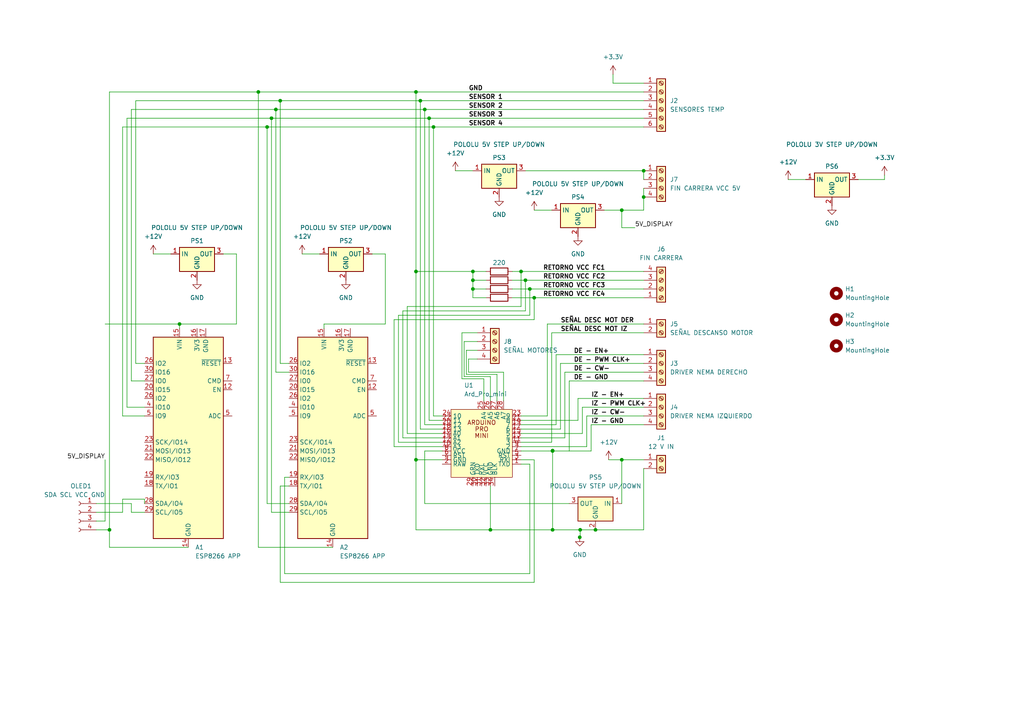
<source format=kicad_sch>
(kicad_sch (version 20211123) (generator eeschema)
  (paper "A4")
  (lib_symbols
    (symbol "Adafruit_Feather_HUZZAH_ESP8266_1"
      (property "Reference" "A1" (at 2.0194 -33.02 0))
      (property "Value" "Adafruit_Feather_HUZZAH_ESP8266_1" (at 2.0194 -35.56 0))
      (symbol "Adafruit_Feather_HUZZAH_ESP8266_1_0_1"
        (rectangle (start -10.16 27.94) (end 10.16 -30.48) (stroke (width 0.254)) (fill (type background)))
      )
      (symbol "Adafruit_Feather_HUZZAH_ESP8266_1_1_1"
        (pin no_connect line (at 10.16 -7.62 180) (length 2.54) hide (name "NC") (number "10"))
        (pin input line (at 12.7 12.7 180) (length 2.54) (name "EN") (number "12"))
        (pin input line (at 12.7 20.32 180) (length 2.54) (name "~{RESET}") (number "13"))
        (pin power_in line (at 0 -33.02 90) (length 2.54) (name "GND") (number "14"))
        (pin power_in line (at -2.54 30.48 270) (length 2.54) (name "VIN") (number "15"))
        (pin power_in line (at 2.54 30.48 270) (length 2.54) (name "3V3") (number "16"))
        (pin power_in line (at 5.08 30.48 270) (length 2.54) (name "GND") (number "17"))
        (pin bidirectional line (at -12.7 -15.24 0) (length 2.54) (name "TX/IO1") (number "18"))
        (pin bidirectional line (at -12.7 -12.7 0) (length 2.54) (name "RX/IO3") (number "19"))
        (pin bidirectional line (at -12.7 12.7 0) (length 2.54) (name "IO15") (number "20"))
        (pin bidirectional line (at -12.7 -5.08 0) (length 2.54) (name "MOSI/IO13") (number "21"))
        (pin bidirectional line (at -12.7 -7.62 0) (length 2.54) (name "MISO/IO12") (number "22"))
        (pin bidirectional line (at -12.7 -2.54 0) (length 2.54) (name "SCK/IO14") (number "23"))
        (pin bidirectional line (at -12.7 10.16 0) (length 2.54) (name "IO2") (number "26"))
        (pin bidirectional line (at -12.7 20.32 0) (length 2.54) (name "IO2") (number "26"))
        (pin bidirectional line (at -12.7 15.24 0) (length 2.54) (name "IO0") (number "27"))
        (pin bidirectional line (at -12.7 -20.32 0) (length 2.54) (name "SDA/IO4") (number "28"))
        (pin bidirectional line (at -12.7 -22.86 0) (length 2.54) (name "SCL/IO5") (number "29"))
        (pin no_connect line (at 10.16 10.16 180) (length 2.54) hide (name "NC") (number "3"))
        (pin bidirectional line (at -12.7 17.78 0) (length 2.54) (name "IO16") (number "30"))
        (pin bidirectional line (at -12.7 7.62 0) (length 2.54) (name "IO10") (number "4"))
        (pin bidirectional line (at 12.7 5.08 180) (length 2.54) (name "ADC") (number "5"))
        (pin bidirectional line (at -12.7 5.08 0) (length 2.54) (name "IO9") (number "5"))
        (pin no_connect line (at 10.16 2.54 180) (length 2.54) hide (name "NC") (number "6"))
        (pin bidirectional line (at 12.7 15.24 180) (length 2.54) (name "CMD") (number "7"))
        (pin no_connect line (at 10.16 0 180) (length 2.54) hide (name "NC") (number "7"))
        (pin no_connect line (at 10.16 -2.54 180) (length 2.54) hide (name "NC") (number "8"))
        (pin no_connect line (at 10.16 -5.08 180) (length 2.54) hide (name "NC") (number "9"))
      )
    )
    (symbol "Arduino_Pro_Mini:Ard_Pro_mini"
      (property "Reference" "U" (at 0 1.27 0))
      (property "Value" "Ard_Pro_mini" (at 0 2.54 0))
      (symbol "Ard_Pro_mini_0_0"
        (text "ARDUINO" (at 6.35 -4.445 0) (effects (font (size 1.27 1.27))))
        (text "MINI" (at 6.35 -8.255 0) (effects (font (size 1.27 1.27))))
        (text "PRO" (at 6.35 -6.35 0) (effects (font (size 1.27 1.27))))
      )
      (symbol "Ard_Pro_mini_0_1"
        (rectangle (start 15.24 -20.32) (end -2.54 -0.635) (fill (type background)))
      )
      (symbol "Ard_Pro_mini_1_1"
        (pin bidirectional line (at 17.78 -16.51 180) (length 2.54) (name "TXD") (number "1"))
        (pin bidirectional line (at -5.08 -11.43 0) (length 2.54) (name "A3") (number "10"))
        (pin bidirectional line (at 17.78 -10.16 180) (length 2.54) (name "3") (number "11"))
        (pin bidirectional line (at -5.08 -10.16 0) (length 2.54) (name "A2") (number "12"))
        (pin bidirectional line (at 17.78 -8.89 180) (length 2.54) (name "4") (number "13"))
        (pin bidirectional line (at -5.08 -8.89 0) (length 2.54) (name "A1") (number "14"))
        (pin bidirectional line (at 17.78 -7.62 180) (length 2.54) (name "5") (number "15"))
        (pin bidirectional line (at -5.08 -7.62 0) (length 2.54) (name "A0") (number "16"))
        (pin bidirectional line (at 17.78 -6.35 180) (length 2.54) (name "6") (number "17"))
        (pin bidirectional line (at -5.08 -6.35 0) (length 2.54) (name "13") (number "18"))
        (pin bidirectional line (at 17.78 -5.08 180) (length 2.54) (name "7") (number "19"))
        (pin bidirectional line (at -5.08 -16.51 0) (length 2.54) (name "RAW") (number "2"))
        (pin bidirectional line (at -5.08 -5.08 0) (length 2.54) (name "12") (number "20"))
        (pin bidirectional line (at 17.78 -3.81 180) (length 2.54) (name "8") (number "21"))
        (pin bidirectional line (at -5.08 -3.81 0) (length 2.54) (name "11") (number "22"))
        (pin bidirectional line (at 17.78 -2.54 180) (length 2.54) (name "9") (number "23"))
        (pin bidirectional line (at -5.08 -2.54 0) (length 2.54) (name "10") (number "24"))
        (pin bidirectional line (at 6.985 1.905 270) (length 2.54) (name "A4") (number "25"))
        (pin bidirectional line (at 8.89 1.905 270) (length 2.54) (name "A5") (number "26"))
        (pin bidirectional line (at 10.795 1.905 270) (length 2.54) (name "A6") (number "27"))
        (pin bidirectional line (at 12.7 1.905 270) (length 2.54) (name "A7") (number "28"))
        (pin bidirectional line (at 3.81 -22.86 90) (length 2.54) (name "GRN") (number "29"))
        (pin bidirectional line (at 17.78 -15.24 180) (length 2.54) (name "RXI") (number "3"))
        (pin bidirectional line (at 5.08 -22.86 90) (length 2.54) (name "TXD") (number "30"))
        (pin bidirectional line (at 6.35 -22.86 90) (length 2.54) (name "RXI") (number "31"))
        (pin bidirectional line (at 7.62 -22.86 90) (length 2.54) (name "VCC") (number "32"))
        (pin bidirectional line (at 8.89 -22.86 90) (length 2.54) (name "GND") (number "33"))
        (pin bidirectional line (at 10.16 -22.86 90) (length 2.54) (name "BLK") (number "34"))
        (pin bidirectional line (at -5.08 -15.24 0) (length 2.54) (name "GND") (number "4"))
        (pin bidirectional line (at 17.78 -13.97 180) (length 2.54) (name "RST") (number "5"))
        (pin bidirectional line (at -5.08 -13.97 0) (length 2.54) (name "RST") (number "6"))
        (pin bidirectional line (at 17.78 -12.7 180) (length 2.54) (name "GND") (number "7"))
        (pin bidirectional line (at -5.08 -12.7 0) (length 2.54) (name "VCC") (number "8"))
        (pin bidirectional line (at 17.78 -11.43 180) (length 2.54) (name "2") (number "9"))
      )
    )
    (symbol "Connector:Conn_01x04_Female" (pin_names (offset 1.016) hide)
      (property "Reference" "J" (at 0 5.08 0))
      (property "Value" "Conn_01x04_Female" (at 0 -7.62 0))
      (symbol "Conn_01x04_Female_1_1"
        (arc (start 0 -4.572) (mid -0.508 -5.08) (end 0 -5.588) (stroke (width 0.1524)))
        (arc (start 0 -2.032) (mid -0.508 -2.54) (end 0 -3.048) (stroke (width 0.1524)))
        (polyline (pts (xy -1.27 -5.08) (xy -0.508 -5.08)) (stroke (width 0.1524)))
        (polyline (pts (xy -1.27 -2.54) (xy -0.508 -2.54)) (stroke (width 0.1524)))
        (polyline (pts (xy -1.27 0) (xy -0.508 0)) (stroke (width 0.1524)))
        (polyline (pts (xy -1.27 2.54) (xy -0.508 2.54)) (stroke (width 0.1524)))
        (arc (start 0 0.508) (mid -0.508 0) (end 0 -0.508) (stroke (width 0.1524)))
        (arc (start 0 3.048) (mid -0.508 2.54) (end 0 2.032) (stroke (width 0.1524)))
        (pin passive line (at -5.08 2.54 0) (length 3.81) (name "Pin_1") (number "1"))
        (pin passive line (at -5.08 0 0) (length 3.81) (name "Pin_2") (number "2"))
        (pin passive line (at -5.08 -2.54 0) (length 3.81) (name "Pin_3") (number "3"))
        (pin passive line (at -5.08 -5.08 0) (length 3.81) (name "Pin_4") (number "4"))
      )
    )
    (symbol "Connector:Screw_Terminal_01x02" (pin_names (offset 1.016) hide)
      (property "Reference" "J" (at 0 2.54 0))
      (property "Value" "Screw_Terminal_01x02" (at 0 -5.08 0))
      (symbol "Screw_Terminal_01x02_1_1"
        (rectangle (start -1.27 1.27) (end 1.27 -3.81) (stroke (width 0.254)) (fill (type background)))
        (circle (center 0 -2.54) (radius 0.635) (stroke (width 0.1524)))
        (polyline (pts (xy -0.5334 -2.2098) (xy 0.3302 -3.048)) (stroke (width 0.1524)))
        (polyline (pts (xy -0.5334 0.3302) (xy 0.3302 -0.508)) (stroke (width 0.1524)))
        (polyline (pts (xy -0.3556 -2.032) (xy 0.508 -2.8702)) (stroke (width 0.1524)))
        (polyline (pts (xy -0.3556 0.508) (xy 0.508 -0.3302)) (stroke (width 0.1524)))
        (circle (center 0 0) (radius 0.635) (stroke (width 0.1524)))
        (pin passive line (at -5.08 0 0) (length 3.81) (name "Pin_1") (number "1"))
        (pin passive line (at -5.08 -2.54 0) (length 3.81) (name "Pin_2") (number "2"))
      )
    )
    (symbol "Connector:Screw_Terminal_01x04" (pin_names (offset 1.016) hide)
      (property "Reference" "J" (at 0 5.08 0))
      (property "Value" "Screw_Terminal_01x04" (at 0 -7.62 0))
      (symbol "Screw_Terminal_01x04_1_1"
        (rectangle (start -1.27 3.81) (end 1.27 -6.35) (stroke (width 0.254)) (fill (type background)))
        (circle (center 0 -5.08) (radius 0.635) (stroke (width 0.1524)))
        (circle (center 0 -2.54) (radius 0.635) (stroke (width 0.1524)))
        (polyline (pts (xy -0.5334 -4.7498) (xy 0.3302 -5.588)) (stroke (width 0.1524)))
        (polyline (pts (xy -0.5334 -2.2098) (xy 0.3302 -3.048)) (stroke (width 0.1524)))
        (polyline (pts (xy -0.5334 0.3302) (xy 0.3302 -0.508)) (stroke (width 0.1524)))
        (polyline (pts (xy -0.5334 2.8702) (xy 0.3302 2.032)) (stroke (width 0.1524)))
        (polyline (pts (xy -0.3556 -4.572) (xy 0.508 -5.4102)) (stroke (width 0.1524)))
        (polyline (pts (xy -0.3556 -2.032) (xy 0.508 -2.8702)) (stroke (width 0.1524)))
        (polyline (pts (xy -0.3556 0.508) (xy 0.508 -0.3302)) (stroke (width 0.1524)))
        (polyline (pts (xy -0.3556 3.048) (xy 0.508 2.2098)) (stroke (width 0.1524)))
        (circle (center 0 0) (radius 0.635) (stroke (width 0.1524)))
        (circle (center 0 2.54) (radius 0.635) (stroke (width 0.1524)))
        (pin passive line (at -5.08 2.54 0) (length 3.81) (name "Pin_1") (number "1"))
        (pin passive line (at -5.08 0 0) (length 3.81) (name "Pin_2") (number "2"))
        (pin passive line (at -5.08 -2.54 0) (length 3.81) (name "Pin_3") (number "3"))
        (pin passive line (at -5.08 -5.08 0) (length 3.81) (name "Pin_4") (number "4"))
      )
    )
    (symbol "Connector:Screw_Terminal_01x06" (pin_names (offset 1.016) hide)
      (property "Reference" "J" (at 0 7.62 0))
      (property "Value" "Screw_Terminal_01x06" (at 0 -10.16 0))
      (symbol "Screw_Terminal_01x06_1_1"
        (rectangle (start -1.27 6.35) (end 1.27 -8.89) (stroke (width 0.254)) (fill (type background)))
        (circle (center 0 -7.62) (radius 0.635) (stroke (width 0.1524)))
        (circle (center 0 -5.08) (radius 0.635) (stroke (width 0.1524)))
        (circle (center 0 -2.54) (radius 0.635) (stroke (width 0.1524)))
        (polyline (pts (xy -0.5334 -7.2898) (xy 0.3302 -8.128)) (stroke (width 0.1524)))
        (polyline (pts (xy -0.5334 -4.7498) (xy 0.3302 -5.588)) (stroke (width 0.1524)))
        (polyline (pts (xy -0.5334 -2.2098) (xy 0.3302 -3.048)) (stroke (width 0.1524)))
        (polyline (pts (xy -0.5334 0.3302) (xy 0.3302 -0.508)) (stroke (width 0.1524)))
        (polyline (pts (xy -0.5334 2.8702) (xy 0.3302 2.032)) (stroke (width 0.1524)))
        (polyline (pts (xy -0.5334 5.4102) (xy 0.3302 4.572)) (stroke (width 0.1524)))
        (polyline (pts (xy -0.3556 -7.112) (xy 0.508 -7.9502)) (stroke (width 0.1524)))
        (polyline (pts (xy -0.3556 -4.572) (xy 0.508 -5.4102)) (stroke (width 0.1524)))
        (polyline (pts (xy -0.3556 -2.032) (xy 0.508 -2.8702)) (stroke (width 0.1524)))
        (polyline (pts (xy -0.3556 0.508) (xy 0.508 -0.3302)) (stroke (width 0.1524)))
        (polyline (pts (xy -0.3556 3.048) (xy 0.508 2.2098)) (stroke (width 0.1524)))
        (polyline (pts (xy -0.3556 5.588) (xy 0.508 4.7498)) (stroke (width 0.1524)))
        (circle (center 0 0) (radius 0.635) (stroke (width 0.1524)))
        (circle (center 0 2.54) (radius 0.635) (stroke (width 0.1524)))
        (circle (center 0 5.08) (radius 0.635) (stroke (width 0.1524)))
        (pin passive line (at -5.08 5.08 0) (length 3.81) (name "Pin_1") (number "1"))
        (pin passive line (at -5.08 2.54 0) (length 3.81) (name "Pin_2") (number "2"))
        (pin passive line (at -5.08 0 0) (length 3.81) (name "Pin_3") (number "3"))
        (pin passive line (at -5.08 -2.54 0) (length 3.81) (name "Pin_4") (number "4"))
        (pin passive line (at -5.08 -5.08 0) (length 3.81) (name "Pin_5") (number "5"))
        (pin passive line (at -5.08 -7.62 0) (length 3.81) (name "Pin_6") (number "6"))
      )
    )
    (symbol "Converter_DCDC:OKI-78SR-5_1.5-W36H-C"
      (property "Reference" "U" (at -3.81 3.175 0))
      (property "Value" "OKI-78SR-5_1.5-W36H-C" (at 0 3.175 0))
      (symbol "OKI-78SR-5_1.5-W36H-C_0_1"
        (rectangle (start -5.08 1.905) (end 5.08 -5.08) (stroke (width 0.254)) (fill (type background)))
      )
      (symbol "OKI-78SR-5_1.5-W36H-C_1_1"
        (pin power_in line (at -7.62 0 0) (length 2.54) (name "IN") (number "1"))
        (pin power_in line (at 0 -7.62 90) (length 2.54) (name "GND") (number "2"))
        (pin power_out line (at 7.62 0 180) (length 2.54) (name "OUT") (number "3"))
      )
    )
    (symbol "Device:R" (pin_numbers hide) (pin_names (offset 0))
      (property "Reference" "R" (at 2.032 0 90))
      (property "Value" "R" (at 0 0 90))
      (symbol "R_0_1"
        (rectangle (start -1.016 -2.54) (end 1.016 2.54) (stroke (width 0.254)))
      )
      (symbol "R_1_1"
        (pin passive line (at 0 3.81 270) (length 1.27) (name "~") (number "1"))
        (pin passive line (at 0 -3.81 90) (length 1.27) (name "~") (number "2"))
      )
    )
    (symbol "Mechanical:MountingHole" (pin_names (offset 1.016))
      (property "Reference" "H" (at 0 5.08 0))
      (property "Value" "MountingHole" (at 0 3.175 0))
      (symbol "MountingHole_0_1"
        (circle (center 0 0) (radius 1.27) (stroke (width 1.27)))
      )
    )
    (symbol "power:+12V" (power) (pin_names (offset 0))
      (property "Value" "+12V" (at 0 3.556 0))
      (symbol "+12V_0_1"
        (polyline (pts (xy -0.762 1.27) (xy 0 2.54)))
        (polyline (pts (xy 0 0) (xy 0 2.54)))
        (polyline (pts (xy 0 2.54) (xy 0.762 1.27)))
      )
      (symbol "+12V_1_1"
        (pin power_in line (at 0 0 90) (length 0) hide (name "+12V") (number "1"))
      )
    )
    (symbol "power:+3.3V" (power) (pin_names (offset 0))
      (property "Value" "+3.3V" (at 0 3.556 0))
      (symbol "+3.3V_0_1"
        (polyline (pts (xy -0.762 1.27) (xy 0 2.54)))
        (polyline (pts (xy 0 0) (xy 0 2.54)))
        (polyline (pts (xy 0 2.54) (xy 0.762 1.27)))
      )
      (symbol "+3.3V_1_1"
        (pin power_in line (at 0 0 90) (length 0) hide (name "+3.3V") (number "1"))
      )
    )
    (symbol "power:GND" (power) (pin_names (offset 0))
      (property "Value" "GND" (at 0 -3.81 0))
      (symbol "GND_0_1"
        (polyline (pts (xy 0 0) (xy 0 -1.27) (xy 1.27 -1.27) (xy 0 -2.54) (xy -1.27 -1.27) (xy 0 -1.27)))
      )
      (symbol "GND_1_1"
        (pin power_in line (at 0 0 270) (length 0) hide (name "GND") (number "1"))
      )
    )
  )
  (junction (at 168.148 155.829))
  (junction (at 31.75 153.67))
  (junction (at 120.65 78.74))
  (junction (at 151.13 78.74))
  (junction (at 154.94 86.36))
  (junction (at 77.47 36.83))
  (junction (at 160.274 153.67))
  (junction (at 160.274 130.683))
  (junction (at 160.274 130.81))
  (junction (at 137.16 78.74))
  (junction (at 180.34 60.96))
  (junction (at 137.16 83.82))
  (junction (at 180.34 133.35))
  (junction (at 172.72 153.67))
  (junction (at 153.67 83.82))
  (junction (at 125.73 36.83))
  (junction (at 137.16 81.28))
  (junction (at 186.69 49.53))
  (junction (at 124.46 34.29))
  (junction (at 120.65 26.67))
  (junction (at 123.19 31.75))
  (junction (at 120.65 133.35))
  (junction (at 168.275 153.67))
  (junction (at 74.93 26.67))
  (junction (at 80.01 31.75))
  (junction (at 81.28 29.21))
  (junction (at 52.07 93.98))
  (junction (at 186.69 57.15))
  (junction (at 121.92 29.21))
  (junction (at 142.24 153.67))
  (junction (at 78.74 34.29))
  (junction (at 152.4 81.28))
  (wire (pts (xy 168.148 155.829) (xy 168.275 155.829)))
  (wire (pts (xy 30.48 93.98) (xy 52.07 93.98)))
  (wire (pts (xy 125.73 36.83) (xy 125.73 120.65)))
  (wire (pts (xy 39.37 29.21) (xy 81.28 29.21)))
  (wire (pts (xy 132.08 49.53) (xy 137.16 49.53)))
  (wire (pts (xy 151.13 123.19) (xy 161.29 123.19)))
  (wire (pts (xy 186.69 153.67) (xy 172.72 153.67)))
  (wire (pts (xy 111.76 93.98) (xy 93.98 93.98)))
  (wire (pts (xy 184.15 66.04) (xy 180.34 66.04)))
  (wire (pts (xy 171.45 130.81) (xy 171.45 123.19)))
  (wire (pts (xy 77.47 36.83) (xy 125.73 36.83)))
  (wire (pts (xy 137.16 81.28) (xy 137.16 78.74)))
  (wire (pts (xy 186.69 135.89) (xy 186.69 153.67)))
  (wire (pts (xy 186.69 49.53) (xy 186.69 52.07)))
  (wire (pts (xy 153.67 166.37) (xy 82.55 166.37)))
  (wire (pts (xy 81.28 140.97) (xy 83.82 140.97)))
  (wire (pts (xy 77.47 36.83) (xy 77.47 146.05)))
  (wire (pts (xy 154.94 92.71) (xy 154.94 86.36)))
  (wire (pts (xy 31.75 158.75) (xy 31.75 153.67)))
  (wire (pts (xy 151.13 128.27) (xy 160.02 128.27)))
  (wire (pts (xy 31.75 153.67) (xy 31.75 26.67)))
  (wire (pts (xy 115.57 128.27) (xy 115.57 91.44)))
  (wire (pts (xy 165.1 146.05) (xy 123.19 146.05)))
  (wire (pts (xy 38.1 146.05) (xy 38.1 148.59)))
  (wire (pts (xy 168.275 153.67) (xy 168.275 155.829)))
  (wire (pts (xy 64.77 73.66) (xy 68.58 73.66)))
  (wire (pts (xy 123.19 31.75) (xy 123.19 123.19)))
  (wire (pts (xy 128.27 129.54) (xy 114.3 129.54)))
  (wire (pts (xy 152.4 49.53) (xy 186.69 49.53)))
  (wire (pts (xy 80.01 31.75) (xy 123.19 31.75)))
  (wire (pts (xy 36.83 34.29) (xy 78.74 34.29)))
  (wire (pts (xy 177.8 24.13) (xy 186.69 24.13)))
  (wire (pts (xy 160.274 153.67) (xy 168.275 153.67)))
  (wire (pts (xy 35.56 120.65) (xy 35.56 36.83)))
  (wire (pts (xy 154.94 60.96) (xy 160.02 60.96)))
  (wire (pts (xy 38.1 148.59) (xy 41.91 148.59)))
  (wire (pts (xy 256.54 52.07) (xy 256.54 50.8)))
  (wire (pts (xy 137.16 86.36) (xy 137.16 83.82)))
  (wire (pts (xy 68.58 93.98) (xy 52.07 93.98)))
  (wire (pts (xy 151.13 78.74) (xy 186.69 78.74)))
  (wire (pts (xy 133.985 96.52) (xy 138.43 96.52)))
  (wire (pts (xy 81.28 29.21) (xy 121.92 29.21)))
  (wire (pts (xy 121.92 29.21) (xy 121.92 124.46)))
  (wire (pts (xy 151.13 121.92) (xy 167.64 121.92)))
  (wire (pts (xy 83.82 146.05) (xy 77.47 146.05)))
  (wire (pts (xy 30.48 133.35) (xy 30.48 151.13)))
  (wire (pts (xy 186.69 54.61) (xy 186.69 57.15)))
  (wire (pts (xy 134.62 99.06) (xy 134.62 109.22)))
  (wire (pts (xy 148.59 78.74) (xy 151.13 78.74)))
  (wire (pts (xy 163.83 107.95) (xy 186.69 107.95)))
  (wire (pts (xy 38.1 31.75) (xy 80.01 31.75)))
  (wire (pts (xy 74.93 26.67) (xy 74.93 158.75)))
  (wire (pts (xy 116.84 127) (xy 116.84 90.17)))
  (wire (pts (xy 81.28 29.21) (xy 81.28 105.41)))
  (wire (pts (xy 151.13 125.73) (xy 168.91 125.73)))
  (wire (pts (xy 120.65 78.74) (xy 120.65 133.35)))
  (wire (pts (xy 83.82 148.59) (xy 78.74 148.59)))
  (wire (pts (xy 170.18 129.54) (xy 170.18 120.65)))
  (wire (pts (xy 146.05 107.95) (xy 146.05 116.205)))
  (wire (pts (xy 165.1 110.49) (xy 165.1 130.81)))
  (wire (pts (xy 151.13 127) (xy 163.83 127)))
  (wire (pts (xy 114.3 92.71) (xy 154.94 92.71)))
  (wire (pts (xy 41.91 144.78) (xy 41.91 146.05)))
  (wire (pts (xy 175.26 60.96) (xy 180.34 60.96)))
  (wire (pts (xy 142.24 109.22) (xy 142.24 116.205)))
  (wire (pts (xy 151.13 120.65) (xy 158.75 120.65)))
  (wire (pts (xy 163.83 127) (xy 163.83 107.95)))
  (wire (pts (xy 168.275 153.67) (xy 172.72 153.67)))
  (wire (pts (xy 151.13 129.54) (xy 170.18 129.54)))
  (wire (pts (xy 27.94 148.59) (xy 35.56 148.59)))
  (wire (pts (xy 78.74 34.29) (xy 124.46 34.29)))
  (wire (pts (xy 142.24 153.67) (xy 120.65 153.67)))
  (wire (pts (xy 151.13 124.46) (xy 162.56 124.46)))
  (wire (pts (xy 83.82 107.95) (xy 80.01 107.95)))
  (wire (pts (xy 36.83 118.11) (xy 36.83 34.29)))
  (wire (pts (xy 158.75 93.98) (xy 186.69 93.98)))
  (wire (pts (xy 161.29 102.87) (xy 186.69 102.87)))
  (wire (pts (xy 120.65 78.74) (xy 137.16 78.74)))
  (wire (pts (xy 120.65 26.67) (xy 120.65 78.74)))
  (wire (pts (xy 135.89 104.14) (xy 138.43 104.14)))
  (wire (pts (xy 123.19 130.81) (xy 128.27 130.81)))
  (wire (pts (xy 140.97 81.28) (xy 137.16 81.28)))
  (wire (pts (xy 135.89 107.95) (xy 135.89 104.14)))
  (wire (pts (xy 146.05 107.95) (xy 135.89 107.95)))
  (wire (pts (xy 137.16 83.82) (xy 137.16 81.28)))
  (wire (pts (xy 31.75 26.67) (xy 74.93 26.67)))
  (wire (pts (xy 140.97 86.36) (xy 137.16 86.36)))
  (wire (pts (xy 135.255 101.6) (xy 138.43 101.6)))
  (wire (pts (xy 140.97 83.82) (xy 137.16 83.82)))
  (wire (pts (xy 151.13 134.62) (xy 153.67 134.62)))
  (wire (pts (xy 180.34 133.35) (xy 186.69 133.35)))
  (wire (pts (xy 153.67 83.82) (xy 186.69 83.82)))
  (wire (pts (xy 128.27 125.73) (xy 118.11 125.73)))
  (wire (pts (xy 123.19 146.05) (xy 123.19 130.81)))
  (wire (pts (xy 160.274 130.81) (xy 160.274 153.67)))
  (wire (pts (xy 171.45 123.19) (xy 186.69 123.19)))
  (wire (pts (xy 78.74 34.29) (xy 78.74 148.59)))
  (wire (pts (xy 125.73 120.65) (xy 128.27 120.65)))
  (wire (pts (xy 158.75 120.65) (xy 158.75 93.98)))
  (wire (pts (xy 118.11 88.9) (xy 151.13 88.9)))
  (wire (pts (xy 41.91 120.65) (xy 35.56 120.65)))
  (wire (pts (xy 186.69 60.96) (xy 186.69 57.15)))
  (wire (pts (xy 107.95 73.66) (xy 111.76 73.66)))
  (wire (pts (xy 186.69 26.67) (xy 120.65 26.67)))
  (wire (pts (xy 228.6 52.07) (xy 233.68 52.07)))
  (wire (pts (xy 162.56 105.41) (xy 186.69 105.41)))
  (wire (pts (xy 128.27 128.27) (xy 115.57 128.27)))
  (wire (pts (xy 168.91 118.11) (xy 186.69 118.11)))
  (wire (pts (xy 186.69 110.49) (xy 165.1 110.49)))
  (wire (pts (xy 44.45 73.66) (xy 49.53 73.66)))
  (wire (pts (xy 186.69 31.75) (xy 123.19 31.75)))
  (wire (pts (xy 124.46 34.29) (xy 124.46 121.92)))
  (wire (pts (xy 140.335 109.855) (xy 133.985 109.855)))
  (wire (pts (xy 152.4 90.17) (xy 152.4 81.28)))
  (wire (pts (xy 87.63 73.66) (xy 92.71 73.66)))
  (wire (pts (xy 248.92 52.07) (xy 256.54 52.07)))
  (wire (pts (xy 124.46 121.92) (xy 128.27 121.92)))
  (wire (pts (xy 121.92 124.46) (xy 128.27 124.46)))
  (wire (pts (xy 142.24 140.97) (xy 142.24 153.67)))
  (wire (pts (xy 161.29 123.19) (xy 161.29 102.87)))
  (wire (pts (xy 154.94 86.36) (xy 186.69 86.36)))
  (wire (pts (xy 35.56 144.78) (xy 41.91 144.78)))
  (wire (pts (xy 96.52 158.75) (xy 74.93 158.75)))
  (wire (pts (xy 82.55 138.43) (xy 83.82 138.43)))
  (wire (pts (xy 142.24 153.67) (xy 160.274 153.67)))
  (wire (pts (xy 111.76 73.66) (xy 111.76 93.98)))
  (wire (pts (xy 115.57 91.44) (xy 153.67 91.44)))
  (wire (pts (xy 68.58 73.66) (xy 68.58 93.98)))
  (wire (pts (xy 151.13 130.81) (xy 160.274 130.81)))
  (wire (pts (xy 177.8 21.59) (xy 177.8 24.13)))
  (wire (pts (xy 151.13 88.9) (xy 151.13 78.74)))
  (wire (pts (xy 186.69 29.21) (xy 121.92 29.21)))
  (wire (pts (xy 180.34 66.04) (xy 180.34 60.96)))
  (wire (pts (xy 186.69 36.83) (xy 125.73 36.83)))
  (wire (pts (xy 153.67 91.44) (xy 153.67 83.82)))
  (wire (pts (xy 168.91 125.73) (xy 168.91 118.11)))
  (wire (pts (xy 148.59 83.82) (xy 153.67 83.82)))
  (wire (pts (xy 39.37 105.41) (xy 39.37 29.21)))
  (wire (pts (xy 160.274 130.81) (xy 171.45 130.81)))
  (wire (pts (xy 138.43 99.06) (xy 134.62 99.06)))
  (wire (pts (xy 93.98 93.98) (xy 93.98 95.25)))
  (wire (pts (xy 41.91 105.41) (xy 39.37 105.41)))
  (wire (pts (xy 152.4 81.28) (xy 186.69 81.28)))
  (wire (pts (xy 74.93 26.67) (xy 120.65 26.67)))
  (wire (pts (xy 160.02 96.52) (xy 186.69 96.52)))
  (wire (pts (xy 160.274 130.683) (xy 160.274 130.81)))
  (wire (pts (xy 120.65 153.67) (xy 120.65 133.35)))
  (wire (pts (xy 41.91 110.49) (xy 38.1 110.49)))
  (wire (pts (xy 120.65 133.35) (xy 128.27 133.35)))
  (wire (pts (xy 27.94 146.05) (xy 38.1 146.05)))
  (wire (pts (xy 144.145 116.205) (xy 144.145 108.585)))
  (wire (pts (xy 167.64 121.92) (xy 167.64 115.57)))
  (wire (pts (xy 148.59 86.36) (xy 154.94 86.36)))
  (wire (pts (xy 82.55 166.37) (xy 82.55 138.43)))
  (wire (pts (xy 134.62 109.22) (xy 142.24 109.22)))
  (wire (pts (xy 116.84 90.17) (xy 152.4 90.17)))
  (wire (pts (xy 180.34 60.96) (xy 186.69 60.96)))
  (wire (pts (xy 38.1 31.75) (xy 38.1 110.49)))
  (wire (pts (xy 35.56 36.83) (xy 77.47 36.83)))
  (wire (pts (xy 160.02 128.27) (xy 160.02 96.52)))
  (wire (pts (xy 144.145 108.585) (xy 135.255 108.585)))
  (wire (pts (xy 118.11 125.73) (xy 118.11 88.9)))
  (wire (pts (xy 35.56 148.59) (xy 35.56 144.78)))
  (wire (pts (xy 167.64 115.57) (xy 186.69 115.57)))
  (wire (pts (xy 186.69 34.29) (xy 124.46 34.29)))
  (wire (pts (xy 170.18 120.65) (xy 186.69 120.65)))
  (wire (pts (xy 135.255 108.585) (xy 135.255 101.6)))
  (wire (pts (xy 154.94 133.35) (xy 154.94 168.91)))
  (wire (pts (xy 154.94 168.91) (xy 81.28 168.91)))
  (wire (pts (xy 52.07 93.98) (xy 52.07 95.25)))
  (wire (pts (xy 30.48 151.13) (xy 27.94 151.13)))
  (wire (pts (xy 151.13 133.35) (xy 154.94 133.35)))
  (wire (pts (xy 176.53 133.35) (xy 180.34 133.35)))
  (wire (pts (xy 80.01 31.75) (xy 80.01 107.95)))
  (wire (pts (xy 133.985 109.855) (xy 133.985 96.52)))
  (wire (pts (xy 83.82 105.41) (xy 81.28 105.41)))
  (wire (pts (xy 148.59 81.28) (xy 152.4 81.28)))
  (wire (pts (xy 137.16 78.74) (xy 140.97 78.74)))
  (wire (pts (xy 27.94 153.67) (xy 31.75 153.67)))
  (wire (pts (xy 162.56 124.46) (xy 162.56 105.41)))
  (wire (pts (xy 140.335 116.205) (xy 140.335 109.855)))
  (wire (pts (xy 123.19 123.19) (xy 128.27 123.19)))
  (wire (pts (xy 114.3 129.54) (xy 114.3 92.71)))
  (wire (pts (xy 128.27 127) (xy 116.84 127)))
  (wire (pts (xy 153.67 134.62) (xy 153.67 166.37)))
  (wire (pts (xy 54.61 158.75) (xy 31.75 158.75)))
  (wire (pts (xy 41.91 118.11) (xy 36.83 118.11)))
  (wire (pts (xy 81.28 168.91) (xy 81.28 140.97)))
  (wire (pts (xy 180.34 146.05) (xy 180.34 133.35)))
  (label "IZ - GND" (at 171.45 123.19 0) (effects (font bold)))
  (label "DE - GND" (at 166.37 110.49 0) (effects (font bold)))
  (label "GND" (at 135.89 26.67 0) (effects (font bold)))
  (label "SEÑAL DESC MOT DER" (at 162.56 93.98 0) (effects (font bold)))
  (label "RETORNO VCC FC4" (at 157.48 86.36 0) (effects (font bold)))
  (label "SEÑAL DESC MOT IZ" (at 162.56 96.52 0) (effects (font bold)))
  (label "IZ - CW-" (at 171.45 120.65 0) (effects (font bold)))
  (label "RETORNO VCC FC1" (at 157.48 78.74 0) (effects (font bold)))
  (label "DE - PWM CLK+" (at 166.37 105.41 0) (effects (font bold)))
  (label "SENSOR 1" (at 135.89 29.21 0) (effects (font bold)))
  (label "SENSOR 2" (at 135.89 31.75 0) (effects (font bold)))
  (label "RETORNO VCC FC2" (at 157.48 81.28 0) (effects (font bold)))
  (label "DE - CW-" (at 166.37 107.95 0) (effects (font bold)))
  (label "5V_DISPLAY" (at 30.48 133.35 180))
  (label "SENSOR 3" (at 135.89 34.29 0) (effects (font bold)))
  (label "SENSOR 4" (at 135.89 36.83 0) (effects (font bold)))
  (label "IZ - EN+" (at 171.45 115.57 0) (effects (font (thickness 0.254) bold)))
  (label "DE - EN+" (at 166.37 102.87 0) (effects (font bold)))
  (label "5V_DISPLAY" (at 184.15 66.04 0))
  (label "RETORNO VCC FC3" (at 157.48 83.82 0) (effects (font bold)))
  (label "IZ - PWM CLK+" (at 171.45 118.11 0) (effects (font bold)))
  (symbol (lib_id "Mechanical:MountingHole") (at 242.57 92.71 0) (unit 1)
    (property "Reference" "H2" (at 245.11 91.4399 0) (effects (justify left)))
    (property "Value" "MountingHole" (at 245.11 93.9799 0) (effects (justify left)))
    (property "Footprint" "MountingHole:MountingHole_3.2mm_M3" (effects hide))
  )
  (symbol (lib_id "Connector:Conn_01x04_Female") (at 22.86 148.59 0) (mirror y) (unit 1)
    (property "Reference" "OLED1" (at 23.495 140.97 0))
    (property "Value" "SDA SCL VCC GND " (at 21.59 143.51 0))
    (property "Footprint" "Connector_Molex:Molex_KK-396_A-41791-0004_1x04_P3.96mm_Vertical" (effects hide))
  )
  (symbol (lib_id "Converter_DCDC:OKI-78SR-5_1.5-W36H-C") (at 241.3 52.07 0) (unit 1)
    (property "Reference" "PS6" (at 241.3 48.26 0))
    (property "Value" "POLOLU 3V STEP UP/DOWN" (at 241.3 41.91 0))
    (property "Footprint" "Converter_DCDC:Converter_DCDC_Murata_OKI-78SR_Horizontal" (effects hide))
    (property "Datasheet" "https://power.murata.com/data/power/oki-78sr.pdf" (effects hide))
  )
  (symbol (lib_id "power:GND") (at 100.33 81.28 0) (unit 1)
    (property "Reference" "#PWR0102" (effects hide))
    (property "Value" "GND" (at 100.33 86.36 0))
  )
  (symbol (lib_id "power:+3.3V") (at 256.54 50.8 0) (unit 1)
    (property "Reference" "#PWR0112" (effects hide))
    (property "Value" "+3.3V" (at 256.54 45.72 0))
  )
  (symbol (lib_id "Converter_DCDC:OKI-78SR-5_1.5-W36H-C") (at 144.78 49.53 0) (unit 1)
    (property "Reference" "PS3" (at 144.78 45.72 0))
    (property "Value" "POLOLU 5V STEP UP/DOWN" (at 144.78 41.91 0))
    (property "Footprint" "Converter_DCDC:Converter_DCDC_Murata_OKI-78SR_Horizontal" (effects hide))
    (property "Datasheet" "https://power.murata.com/data/power/oki-78sr.pdf" (effects hide))
  )
  (symbol (lib_id "Device:R") (at 144.78 86.36 270) (unit 1)
    (property "Reference" "R4" (effects hide))
    (property "Value" "220" (effects hide))
    (property "Footprint" "Resistor_THT:R_Axial_DIN0411_L9.9mm_D3.6mm_P15.24mm_Horizontal" (effects hide))
  )
  (symbol (lib_id "power:+12V") (at 87.63 73.66 0) (unit 1)
    (property "Reference" "#PWR0101" (effects hide))
    (property "Value" "+12V" (at 87.63 68.58 0))
  )
  (symbol (lib_name "Adafruit_Feather_HUZZAH_ESP8266_1") (lib_id "MCU_Module:Adafruit_Feather_HUZZAH_ESP8266") (at 54.61 125.73 0) (unit 1)
    (property "Reference" "A1" (at 56.6294 158.75 0) (effects (justify left)))
    (property "Value" "ESP8266 APP" (at 56.6294 161.29 0) (effects (justify left)))
    (property "Footprint" "ESP8266:ESP12F-Devkit-V3" (effects hide))
    (property "Datasheet" "https://cdn-learn.adafruit.com/downloads/pdf/adafruit-feather-huzzah-esp8266.pdf" (effects hide))
  )
  (symbol (lib_id "Connector:Screw_Terminal_01x04") (at 191.77 105.41 0) (unit 1)
    (property "Reference" "J3" (at 194.31 105.4099 0) (effects (justify left)))
    (property "Value" "DRIVER NEMA DERECHO" (at 194.31 107.9499 0) (effects (justify left)))
    (property "Footprint" "TerminalBlock:TerminalBlock_bornier-4_P5.08mm" (effects hide))
  )
  (symbol (lib_id "Arduino_Pro_Mini:Ard_Pro_mini") (at 133.35 118.11 0) (unit 1)
    (property "Reference" "U1" (at 134.62 111.76 0) (effects (justify left)))
    (property "Value" "Ard_Pro_mini" (at 134.62 114.3 0) (effects (justify left)))
    (property "Footprint" "PRO_MINI:Arduino_Pro_Mini" (effects hide))
  )
  (symbol (lib_id "Mechanical:MountingHole") (at 242.57 85.09 0) (unit 1)
    (property "Reference" "H1" (at 245.11 83.8199 0) (effects (justify left)))
    (property "Value" "MountingHole" (at 245.11 86.3599 0) (effects (justify left)))
    (property "Footprint" "MountingHole:MountingHole_3.2mm_M3" (effects hide))
  )
  (symbol (lib_id "power:GND") (at 167.64 68.58 0) (unit 1)
    (property "Reference" "#PWR0107" (effects hide))
    (property "Value" "GND" (at 167.64 73.66 0))
  )
  (symbol (lib_id "Converter_DCDC:OKI-78SR-5_1.5-W36H-C") (at 172.72 146.05 0) (mirror y) (unit 1)
    (property "Reference" "PS5" (at 172.72 138.43 0))
    (property "Value" "POLOLU 5V STEP UP/DOWN" (at 172.72 140.97 0))
    (property "Footprint" "Converter_DCDC:Converter_DCDC_Murata_OKI-78SR_Horizontal" (effects hide))
    (property "Datasheet" "https://power.murata.com/data/power/oki-78sr.pdf" (effects hide))
  )
  (symbol (lib_id "power:GND") (at 241.3 59.69 0) (unit 1)
    (property "Reference" "#PWR0113" (effects hide))
    (property "Value" "GND" (at 241.3 64.77 0))
  )
  (symbol (lib_id "power:+12V") (at 228.6 52.07 0) (unit 1)
    (property "Reference" "#PWR0111" (effects hide))
    (property "Value" "+12V" (at 228.6 46.99 0))
  )
  (symbol (lib_id "Device:R") (at 144.78 78.74 270) (unit 1)
    (property "Reference" "R1" (effects hide))
    (property "Value" "220" (at 144.78 76.2 90))
    (property "Footprint" "Resistor_THT:R_Axial_DIN0411_L9.9mm_D3.6mm_P15.24mm_Horizontal" (effects hide))
  )
  (symbol (lib_id "Mechanical:MountingHole") (at 242.57 100.33 0) (unit 1)
    (property "Reference" "H3" (at 245.11 99.0599 0) (effects (justify left)))
    (property "Value" "MountingHole" (at 245.11 101.5999 0) (effects (justify left)))
    (property "Footprint" "MountingHole:MountingHole_3.2mm_M3" (effects hide))
  )
  (symbol (lib_id "power:+12V") (at 132.08 49.53 0) (unit 1)
    (property "Reference" "#PWR0104" (effects hide))
    (property "Value" "+12V" (at 132.08 44.45 0))
  )
  (symbol (lib_id "Connector:Screw_Terminal_01x04") (at 191.77 52.07 0) (unit 1)
    (property "Reference" "J7" (at 194.31 52.0699 0) (effects (justify left)))
    (property "Value" "FIN CARRERA VCC 5V" (at 194.31 54.6099 0) (effects (justify left)))
    (property "Footprint" "TerminalBlock:TerminalBlock_bornier-4_P5.08mm" (effects hide))
  )
  (symbol (lib_id "power:+12V") (at 176.53 133.35 0) (unit 1)
    (property "Reference" "#PWR0103" (effects hide))
    (property "Value" "+12V" (at 176.53 128.27 0))
  )
  (symbol (lib_id "Converter_DCDC:OKI-78SR-5_1.5-W36H-C") (at 57.15 73.66 0) (unit 1)
    (property "Reference" "PS1" (at 57.15 69.85 0))
    (property "Value" "POLOLU 5V STEP UP/DOWN" (at 57.15 66.04 0))
    (property "Footprint" "Converter_DCDC:Converter_DCDC_Murata_OKI-78SR_Horizontal" (effects hide))
    (property "Datasheet" "https://power.murata.com/data/power/oki-78sr.pdf" (effects hide))
  )
  (symbol (lib_id "Connector:Screw_Terminal_01x04") (at 191.77 83.82 0) (mirror x) (unit 1)
    (property "Reference" "J6" (at 191.77 72.263 0))
    (property "Value" "FIN CARRERA" (at 191.77 74.803 0))
    (property "Footprint" "TerminalBlock:TerminalBlock_bornier-4_P5.08mm" (effects hide))
  )
  (symbol (lib_id "power:+3.3V") (at 177.8 21.59 0) (unit 1)
    (property "Reference" "#PWR0110" (effects hide))
    (property "Value" "+3.3V" (at 177.8 16.51 0))
  )
  (symbol (lib_id "power:+12V") (at 44.45 73.66 0) (unit 1)
    (property "Reference" "#PWR0108" (effects hide))
    (property "Value" "+12V" (at 44.45 68.58 0))
  )
  (symbol (lib_id "Converter_DCDC:OKI-78SR-5_1.5-W36H-C") (at 167.64 60.96 0) (unit 1)
    (property "Reference" "PS4" (at 167.64 57.15 0))
    (property "Value" "POLOLU 5V STEP UP/DOWN" (at 167.64 53.34 0))
    (property "Footprint" "Converter_DCDC:Converter_DCDC_Murata_OKI-78SR_Horizontal" (effects hide))
    (property "Datasheet" "https://power.murata.com/data/power/oki-78sr.pdf" (effects hide))
  )
  (symbol (lib_id "Device:R") (at 144.78 83.82 270) (unit 1)
    (property "Reference" "R3" (effects hide))
    (property "Value" "220" (effects hide))
    (property "Footprint" "Resistor_THT:R_Axial_DIN0411_L9.9mm_D3.6mm_P15.24mm_Horizontal" (effects hide))
  )
  (symbol (lib_id "Connector:Screw_Terminal_01x02") (at 191.77 93.98 0) (unit 1)
    (property "Reference" "J5" (at 194.31 93.9799 0) (effects (justify left)))
    (property "Value" "SEÑAL DESCANSO MOTOR" (at 194.31 96.5199 0) (effects (justify left)))
    (property "Footprint" "TerminalBlock:TerminalBlock_bornier-2_P5.08mm" (effects hide))
  )
  (symbol (lib_id "Device:R") (at 144.78 81.28 270) (unit 1)
    (property "Reference" "R2" (effects hide))
    (property "Value" "220" (effects hide))
    (property "Footprint" "Resistor_THT:R_Axial_DIN0411_L9.9mm_D3.6mm_P15.24mm_Horizontal" (effects hide))
  )
  (symbol (lib_id "Connector:Screw_Terminal_01x02") (at 191.77 133.35 0) (unit 1)
    (property "Reference" "J1" (at 191.77 127 0))
    (property "Value" "12 V IN" (at 191.77 129.54 0))
    (property "Footprint" "TerminalBlock:TerminalBlock_bornier-2_P5.08mm" (effects hide))
  )
  (symbol (lib_id "power:+12V") (at 154.94 60.96 0) (unit 1)
    (property "Reference" "#PWR0105" (effects hide))
    (property "Value" "+12V" (at 154.94 55.88 0))
  )
  (symbol (lib_name "Adafruit_Feather_HUZZAH_ESP8266_1") (lib_id "MCU_Module:Adafruit_Feather_HUZZAH_ESP8266") (at 96.52 125.73 0) (unit 1)
    (property "Reference" "A2" (at 98.5394 158.75 0) (effects (justify left)))
    (property "Value" "ESP8266 APP" (at 98.5394 161.29 0) (effects (justify left)))
    (property "Footprint" "ESP8266:ESP12F-Devkit-V3" (effects hide))
    (property "Datasheet" "https://cdn-learn.adafruit.com/downloads/pdf/adafruit-feather-huzzah-esp8266.pdf" (effects hide))
  )
  (symbol (lib_id "power:GND") (at 144.78 57.15 0) (unit 1)
    (property "Reference" "#PWR0106" (effects hide))
    (property "Value" "GND" (at 144.78 62.23 0))
  )
  (symbol (lib_id "power:GND") (at 57.15 81.28 0) (unit 1)
    (property "Reference" "#PWR0109" (effects hide))
    (property "Value" "GND" (at 57.15 86.36 0))
  )
  (symbol (lib_id "Connector:Screw_Terminal_01x04") (at 143.51 99.06 0) (unit 1)
    (property "Reference" "J8" (at 146.05 99.0599 0) (effects (justify left)))
    (property "Value" "SEÑAL MOTORES" (at 146.05 101.5999 0) (effects (justify left)))
    (property "Footprint" "TerminalBlock:TerminalBlock_bornier-4_P5.08mm" (effects hide))
  )
  (symbol (lib_id "power:GND") (at 168.148 155.829 0) (unit 1)
    (property "Reference" "#PWR0114" (effects hide))
    (property "Value" "GND" (at 168.148 160.909 0))
  )
  (symbol (lib_id "Connector:Screw_Terminal_01x06") (at 191.77 29.21 0) (unit 1)
    (property "Reference" "J2" (at 194.31 29.2099 0) (effects (justify left)))
    (property "Value" "SENSORES TEMP" (at 194.31 31.7499 0) (effects (justify left)))
    (property "Footprint" "TerminalBlock:TerminalBlock_bornier-6_P5.08mm" (effects hide))
  )
  (symbol (lib_id "Connector:Screw_Terminal_01x04") (at 191.77 118.11 0) (unit 1)
    (property "Reference" "J4" (at 194.31 118.1099 0) (effects (justify left)))
    (property "Value" "DRIVER NEMA IZQUIERDO" (at 194.31 120.6499 0) (effects (justify left)))
    (property "Footprint" "TerminalBlock:TerminalBlock_bornier-4_P5.08mm" (effects hide))
  )
  (symbol (lib_id "Converter_DCDC:OKI-78SR-5_1.5-W36H-C") (at 100.33 73.66 0) (unit 1)
    (property "Reference" "PS2" (at 100.33 69.85 0))
    (property "Value" "POLOLU 5V STEP UP/DOWN" (at 100.33 66.04 0))
    (property "Footprint" "Converter_DCDC:Converter_DCDC_Murata_OKI-78SR_Horizontal" (effects hide))
    (property "Datasheet" "https://power.murata.com/data/power/oki-78sr.pdf" (effects hide))
  )
)
</source>
